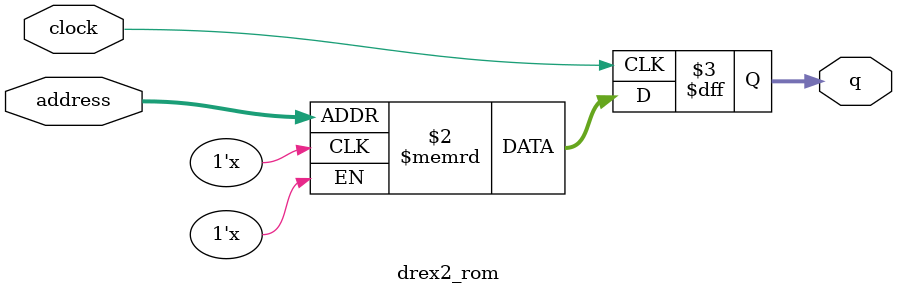
<source format=sv>
module drex2_rom (
	input logic clock,
	input logic [9:0] address,
	output logic [3:0] q
);

logic [3:0] memory [0:1023] /* synthesis ram_init_file = "./drex2/drex2.mif" */;

always_ff @ (posedge clock) begin
	q <= memory[address];
end

endmodule

</source>
